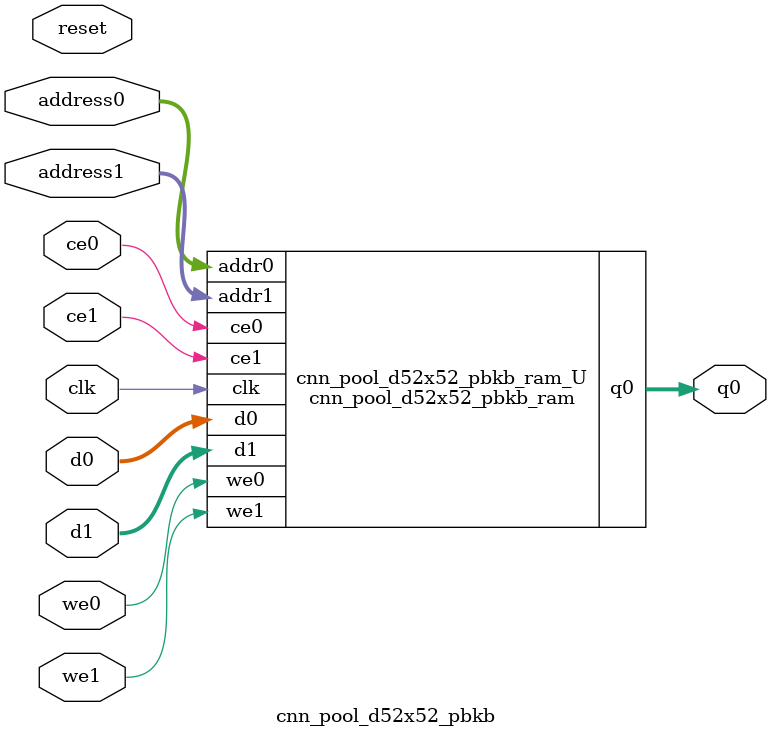
<source format=v>

`timescale 1 ns / 1 ps
module cnn_pool_d52x52_pbkb_ram (addr0, ce0, d0, we0, q0, addr1, ce1, d1, we1,  clk);

parameter DWIDTH = 32;
parameter AWIDTH = 6;
parameter MEM_SIZE = 52;

input[AWIDTH-1:0] addr0;
input ce0;
input[DWIDTH-1:0] d0;
input we0;
output reg[DWIDTH-1:0] q0;
input[AWIDTH-1:0] addr1;
input ce1;
input[DWIDTH-1:0] d1;
input we1;
input clk;

(* ram_style = "block" *)reg [DWIDTH-1:0] ram[0:MEM_SIZE-1];




always @(posedge clk)  
begin 
    if (ce0) 
    begin
        if (we0) 
        begin 
            ram[addr0] <= d0; 
            q0 <= d0;
        end 
        else 
            q0 <= ram[addr0];
    end
end


always @(posedge clk)  
begin 
    if (ce1) 
    begin
        if (we1) 
        begin 
            ram[addr1] <= d1; 
        end 
    end
end


endmodule


`timescale 1 ns / 1 ps
module cnn_pool_d52x52_pbkb(
    reset,
    clk,
    address0,
    ce0,
    we0,
    d0,
    q0,
    address1,
    ce1,
    we1,
    d1);

parameter DataWidth = 32'd32;
parameter AddressRange = 32'd52;
parameter AddressWidth = 32'd6;
input reset;
input clk;
input[AddressWidth - 1:0] address0;
input ce0;
input we0;
input[DataWidth - 1:0] d0;
output[DataWidth - 1:0] q0;
input[AddressWidth - 1:0] address1;
input ce1;
input we1;
input[DataWidth - 1:0] d1;



cnn_pool_d52x52_pbkb_ram cnn_pool_d52x52_pbkb_ram_U(
    .clk( clk ),
    .addr0( address0 ),
    .ce0( ce0 ),
    .d0( d0 ),
    .we0( we0 ),
    .q0( q0 ),
    .addr1( address1 ),
    .ce1( ce1 ),
    .d1( d1 ),
    .we1( we1 ));

endmodule


</source>
